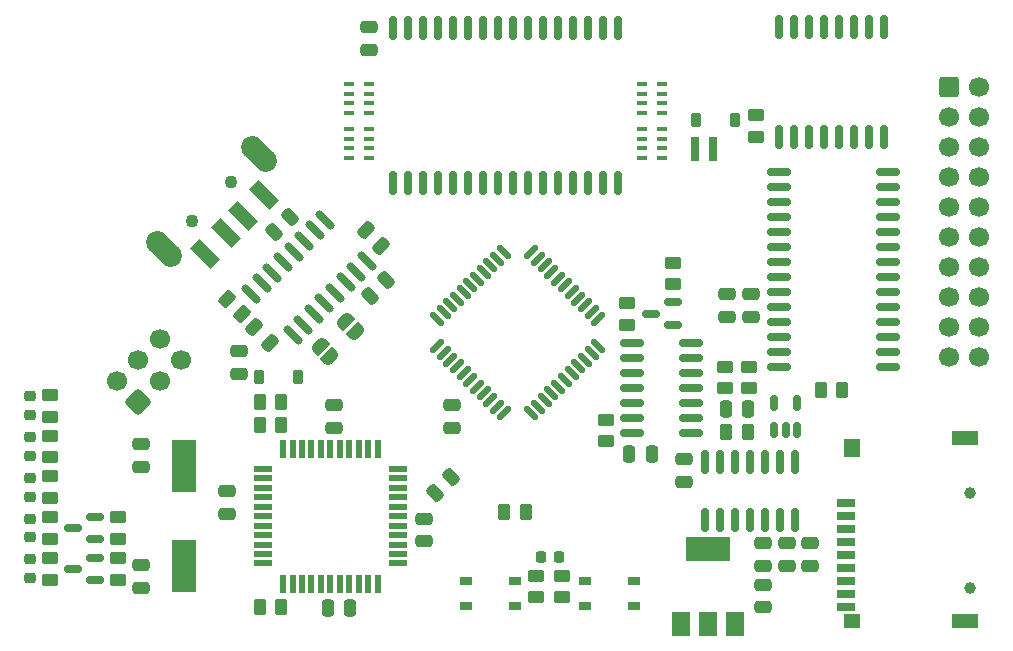
<source format=gts>
%TF.GenerationSoftware,KiCad,Pcbnew,7.0.0*%
%TF.CreationDate,2023-03-04T18:46:55+01:00*%
%TF.ProjectId,Z80Card,5a383043-6172-4642-9e6b-696361645f70,1.1*%
%TF.SameCoordinates,Original*%
%TF.FileFunction,Soldermask,Top*%
%TF.FilePolarity,Negative*%
%FSLAX46Y46*%
G04 Gerber Fmt 4.6, Leading zero omitted, Abs format (unit mm)*
G04 Created by KiCad (PCBNEW 7.0.0) date 2023-03-04 18:46:55*
%MOMM*%
%LPD*%
G01*
G04 APERTURE LIST*
G04 Aperture macros list*
%AMRoundRect*
0 Rectangle with rounded corners*
0 $1 Rounding radius*
0 $2 $3 $4 $5 $6 $7 $8 $9 X,Y pos of 4 corners*
0 Add a 4 corners polygon primitive as box body*
4,1,4,$2,$3,$4,$5,$6,$7,$8,$9,$2,$3,0*
0 Add four circle primitives for the rounded corners*
1,1,$1+$1,$2,$3*
1,1,$1+$1,$4,$5*
1,1,$1+$1,$6,$7*
1,1,$1+$1,$8,$9*
0 Add four rect primitives between the rounded corners*
20,1,$1+$1,$2,$3,$4,$5,0*
20,1,$1+$1,$4,$5,$6,$7,0*
20,1,$1+$1,$6,$7,$8,$9,0*
20,1,$1+$1,$8,$9,$2,$3,0*%
%AMHorizOval*
0 Thick line with rounded ends*
0 $1 width*
0 $2 $3 position (X,Y) of the first rounded end (center of the circle)*
0 $4 $5 position (X,Y) of the second rounded end (center of the circle)*
0 Add line between two ends*
20,1,$1,$2,$3,$4,$5,0*
0 Add two circle primitives to create the rounded ends*
1,1,$1,$2,$3*
1,1,$1,$4,$5*%
%AMRotRect*
0 Rectangle, with rotation*
0 The origin of the aperture is its center*
0 $1 length*
0 $2 width*
0 $3 Rotation angle, in degrees counterclockwise*
0 Add horizontal line*
21,1,$1,$2,0,0,$3*%
%AMFreePoly0*
4,1,19,0.499999,-0.750000,0.000000,-0.750000,0.000000,-0.744912,-0.071157,-0.744911,-0.207708,-0.704816,-0.327430,-0.627875,-0.420627,-0.520320,-0.479746,-0.390866,-0.500000,-0.250000,-0.500000,0.250000,-0.479746,0.390866,-0.420627,0.520320,-0.327430,0.627875,-0.207708,0.704816,-0.071157,0.744911,0.000000,0.744912,0.000000,0.750000,0.499999,0.750000,0.499999,-0.750000,0.499999,-0.750000,
$1*%
%AMFreePoly1*
4,1,19,0.000000,0.744912,0.071157,0.744911,0.207708,0.704816,0.327430,0.627875,0.420627,0.520320,0.479746,0.390866,0.500000,0.250000,0.500000,-0.250000,0.479746,-0.390866,0.420627,-0.520320,0.327430,-0.627875,0.207708,-0.704816,0.071157,-0.744911,0.000000,-0.744912,0.000000,-0.750000,-0.499999,-0.750000,-0.499999,0.750000,0.000000,0.750000,0.000000,0.744912,0.000000,0.744912,
$1*%
G04 Aperture macros list end*
%ADD10RoundRect,0.150000X0.150000X-0.512500X0.150000X0.512500X-0.150000X0.512500X-0.150000X-0.512500X0*%
%ADD11RoundRect,0.250000X-0.250000X-0.475000X0.250000X-0.475000X0.250000X0.475000X-0.250000X0.475000X0*%
%ADD12RoundRect,0.250000X0.159099X-0.512652X0.512652X-0.159099X-0.159099X0.512652X-0.512652X0.159099X0*%
%ADD13RoundRect,0.250000X0.848528X0.000000X0.000000X0.848528X-0.848528X0.000000X0.000000X-0.848528X0*%
%ADD14C,1.700000*%
%ADD15RoundRect,0.250000X0.475000X-0.250000X0.475000X0.250000X-0.475000X0.250000X-0.475000X-0.250000X0*%
%ADD16RoundRect,0.250000X-0.262500X-0.450000X0.262500X-0.450000X0.262500X0.450000X-0.262500X0.450000X0*%
%ADD17R,1.500000X0.550000*%
%ADD18R,0.550000X1.500000*%
%ADD19RoundRect,0.250000X-0.503814X-0.132583X-0.132583X-0.503814X0.503814X0.132583X0.132583X0.503814X0*%
%ADD20FreePoly0,135.000000*%
%ADD21FreePoly1,135.000000*%
%ADD22RoundRect,0.250000X-0.475000X0.250000X-0.475000X-0.250000X0.475000X-0.250000X0.475000X0.250000X0*%
%ADD23RoundRect,0.250000X-0.600000X-0.600000X0.600000X-0.600000X0.600000X0.600000X-0.600000X0.600000X0*%
%ADD24R,1.050000X0.650000*%
%ADD25RoundRect,0.250000X0.450000X-0.262500X0.450000X0.262500X-0.450000X0.262500X-0.450000X-0.262500X0*%
%ADD26R,0.900000X0.400000*%
%ADD27RoundRect,0.250000X-0.450000X0.262500X-0.450000X-0.262500X0.450000X-0.262500X0.450000X0.262500X0*%
%ADD28RoundRect,0.250000X0.250000X0.475000X-0.250000X0.475000X-0.250000X-0.475000X0.250000X-0.475000X0*%
%ADD29R,2.000000X4.500000*%
%ADD30RoundRect,0.250000X0.262500X0.450000X-0.262500X0.450000X-0.262500X-0.450000X0.262500X-0.450000X0*%
%ADD31RoundRect,0.150000X0.587500X0.150000X-0.587500X0.150000X-0.587500X-0.150000X0.587500X-0.150000X0*%
%ADD32RoundRect,0.225000X-0.225000X-0.375000X0.225000X-0.375000X0.225000X0.375000X-0.225000X0.375000X0*%
%ADD33RoundRect,0.137500X-0.327037X-0.521491X0.521491X0.327037X0.327037X0.521491X-0.521491X-0.327037X0*%
%ADD34RoundRect,0.137500X0.327037X-0.521491X0.521491X-0.327037X-0.327037X0.521491X-0.521491X0.327037X0*%
%ADD35RoundRect,0.218750X-0.256250X0.218750X-0.256250X-0.218750X0.256250X-0.218750X0.256250X0.218750X0*%
%ADD36RoundRect,0.250000X-0.512652X-0.159099X-0.159099X-0.512652X0.512652X0.159099X0.159099X0.512652X0*%
%ADD37RoundRect,0.150000X0.150000X-0.875000X0.150000X0.875000X-0.150000X0.875000X-0.150000X-0.875000X0*%
%ADD38R,0.800000X2.000000*%
%ADD39RoundRect,0.250000X-0.159099X0.512652X-0.512652X0.159099X0.159099X-0.512652X0.512652X-0.159099X0*%
%ADD40RoundRect,0.250000X0.512652X0.159099X0.159099X0.512652X-0.512652X-0.159099X-0.159099X-0.512652X0*%
%ADD41C,1.100000*%
%ADD42RotRect,2.500000X1.100000X135.000000*%
%ADD43HorizOval,1.900000X-0.565685X0.565685X0.565685X-0.565685X0*%
%ADD44RoundRect,0.150000X0.150000X-0.825000X0.150000X0.825000X-0.150000X0.825000X-0.150000X-0.825000X0*%
%ADD45RoundRect,0.218750X-0.218750X-0.256250X0.218750X-0.256250X0.218750X0.256250X-0.218750X0.256250X0*%
%ADD46R,1.500000X2.000000*%
%ADD47R,3.800000X2.000000*%
%ADD48RoundRect,0.150000X-0.875000X-0.150000X0.875000X-0.150000X0.875000X0.150000X-0.875000X0.150000X0*%
%ADD49RoundRect,0.225000X0.225000X0.375000X-0.225000X0.375000X-0.225000X-0.375000X0.225000X-0.375000X0*%
%ADD50RoundRect,0.150000X-0.689429X0.477297X0.477297X-0.689429X0.689429X-0.477297X-0.477297X0.689429X0*%
%ADD51RoundRect,0.150000X0.825000X0.150000X-0.825000X0.150000X-0.825000X-0.150000X0.825000X-0.150000X0*%
%ADD52C,1.000000*%
%ADD53R,1.600000X0.700000*%
%ADD54R,1.400000X1.200000*%
%ADD55R,2.200000X1.200000*%
%ADD56R,1.400000X1.600000*%
G04 APERTURE END LIST*
D10*
%TO.C,U11*%
X166350000Y-104837500D03*
X167300000Y-104837500D03*
X168250000Y-104837500D03*
X168250000Y-102562500D03*
X166350000Y-102562500D03*
%TD*%
D11*
%TO.C,C7*%
X128550000Y-119900000D03*
X130450000Y-119900000D03*
%TD*%
D12*
%TO.C,C9*%
X137628249Y-110171751D03*
X138971751Y-108828249D03*
%TD*%
D13*
%TO.C,J3*%
X112500000Y-102500000D03*
D14*
X110703949Y-100703949D03*
X114296051Y-100703949D03*
X112500000Y-98907898D03*
X116092102Y-98907898D03*
X114296051Y-97111846D03*
%TD*%
D15*
%TO.C,C19*%
X164400000Y-95250000D03*
X164400000Y-93350000D03*
%TD*%
D16*
%TO.C,R3*%
X122787500Y-102500000D03*
X124612500Y-102500000D03*
%TD*%
D17*
%TO.C,U4*%
X123049999Y-108149999D03*
X123049999Y-108949999D03*
X123049999Y-109749999D03*
X123049999Y-110549999D03*
X123049999Y-111349999D03*
X123049999Y-112149999D03*
X123049999Y-112949999D03*
X123049999Y-113749999D03*
X123049999Y-114549999D03*
X123049999Y-115349999D03*
X123049999Y-116149999D03*
D18*
X124749999Y-117849999D03*
X125549999Y-117849999D03*
X126349999Y-117849999D03*
X127149999Y-117849999D03*
X127949999Y-117849999D03*
X128749999Y-117849999D03*
X129549999Y-117849999D03*
X130349999Y-117849999D03*
X131149999Y-117849999D03*
X131949999Y-117849999D03*
X132749999Y-117849999D03*
D17*
X134449999Y-116149999D03*
X134449999Y-115349999D03*
X134449999Y-114549999D03*
X134449999Y-113749999D03*
X134449999Y-112949999D03*
X134449999Y-112149999D03*
X134449999Y-111349999D03*
X134449999Y-110549999D03*
X134449999Y-109749999D03*
X134449999Y-108949999D03*
X134449999Y-108149999D03*
D18*
X132749999Y-106449999D03*
X131949999Y-106449999D03*
X131149999Y-106449999D03*
X130349999Y-106449999D03*
X129549999Y-106449999D03*
X128749999Y-106449999D03*
X127949999Y-106449999D03*
X127149999Y-106449999D03*
X126349999Y-106449999D03*
X125549999Y-106449999D03*
X124749999Y-106449999D03*
%TD*%
D19*
%TO.C,FB1*%
X119979765Y-93729765D03*
X121270235Y-95020235D03*
%TD*%
D20*
%TO.C,JP2*%
X128759619Y-98659619D03*
D21*
X127840381Y-97740381D03*
%TD*%
D22*
%TO.C,C6*%
X121050000Y-98200000D03*
X121050000Y-100100000D03*
%TD*%
D23*
%TO.C,J2*%
X181160000Y-75840000D03*
D14*
X183700000Y-75840000D03*
X181160000Y-78380000D03*
X183700000Y-78380000D03*
X181160000Y-80920000D03*
X183700000Y-80920000D03*
X181160000Y-83460000D03*
X183700000Y-83460000D03*
X181160000Y-86000000D03*
X183700000Y-86000000D03*
X181160000Y-88540000D03*
X183700000Y-88540000D03*
X181160000Y-91080000D03*
X183700000Y-91080000D03*
X181160000Y-93620000D03*
X183700000Y-93620000D03*
X181160000Y-96160000D03*
X183700000Y-96160000D03*
X181160000Y-98700000D03*
X183700000Y-98700000D03*
%TD*%
D15*
%TO.C,C15*%
X158700000Y-109250000D03*
X158700000Y-107350000D03*
%TD*%
D24*
%TO.C,SW2*%
X140274999Y-117612499D03*
X144424999Y-117612499D03*
X140274999Y-119762499D03*
X144424999Y-119762499D03*
%TD*%
D25*
%TO.C,R8*%
X153900000Y-95962500D03*
X153900000Y-94137500D03*
%TD*%
D26*
%TO.C,RN1*%
X132049999Y-77999999D03*
X132049999Y-77199999D03*
X132049999Y-76399999D03*
X132049999Y-75599999D03*
X130349999Y-75599999D03*
X130349999Y-76399999D03*
X130349999Y-77199999D03*
X130349999Y-77999999D03*
%TD*%
D27*
%TO.C,R16*%
X105000000Y-108787500D03*
X105000000Y-110612500D03*
%TD*%
D26*
%TO.C,RN2*%
X132049999Y-81799999D03*
X132049999Y-80999999D03*
X132049999Y-80199999D03*
X132049999Y-79399999D03*
X130349999Y-79399999D03*
X130349999Y-80199999D03*
X130349999Y-80999999D03*
X130349999Y-81799999D03*
%TD*%
D27*
%TO.C,R13*%
X110800000Y-115687500D03*
X110800000Y-117512500D03*
%TD*%
D28*
%TO.C,C23*%
X164150000Y-103100000D03*
X162250000Y-103100000D03*
%TD*%
D27*
%TO.C,R1*%
X152100000Y-103987500D03*
X152100000Y-105812500D03*
%TD*%
D29*
%TO.C,Y1*%
X116340275Y-116364643D03*
X116340275Y-107864643D03*
%TD*%
D25*
%TO.C,R19*%
X105000000Y-103712500D03*
X105000000Y-101887500D03*
%TD*%
D30*
%TO.C,R11*%
X164112500Y-105050000D03*
X162287500Y-105050000D03*
%TD*%
D31*
%TO.C,D1*%
X157737500Y-95950000D03*
X157737500Y-94050000D03*
X155862500Y-95000000D03*
%TD*%
D32*
%TO.C,D9*%
X159750000Y-78600000D03*
X163050000Y-78600000D03*
%TD*%
D27*
%TO.C,R14*%
X110800000Y-112237500D03*
X110800000Y-114062500D03*
%TD*%
D33*
%TO.C,U2*%
X137767581Y-97775565D03*
X138333266Y-98341250D03*
X138898952Y-98906936D03*
X139464637Y-99472621D03*
X140030322Y-100038307D03*
X140596008Y-100603992D03*
X141161693Y-101169678D03*
X141727379Y-101735363D03*
X142293064Y-102301048D03*
X142858750Y-102866734D03*
X143424435Y-103432419D03*
D34*
X145775565Y-103432419D03*
X146341250Y-102866734D03*
X146906936Y-102301048D03*
X147472621Y-101735363D03*
X148038307Y-101169678D03*
X148603992Y-100603992D03*
X149169678Y-100038307D03*
X149735363Y-99472621D03*
X150301048Y-98906936D03*
X150866734Y-98341250D03*
X151432419Y-97775565D03*
D33*
X151432419Y-95424435D03*
X150866734Y-94858750D03*
X150301048Y-94293064D03*
X149735363Y-93727379D03*
X149169678Y-93161693D03*
X148603992Y-92596008D03*
X148038307Y-92030322D03*
X147472621Y-91464637D03*
X146906936Y-90898952D03*
X146341250Y-90333266D03*
X145775565Y-89767581D03*
D34*
X143424435Y-89767581D03*
X142858750Y-90333266D03*
X142293064Y-90898952D03*
X141727379Y-91464637D03*
X141161693Y-92030322D03*
X140596008Y-92596008D03*
X140030322Y-93161693D03*
X139464637Y-93727379D03*
X138898952Y-94293064D03*
X138333266Y-94858750D03*
X137767581Y-95424435D03*
%TD*%
D35*
%TO.C,D7*%
X103300000Y-115812500D03*
X103300000Y-117387500D03*
%TD*%
D27*
%TO.C,R6*%
X162200000Y-99487500D03*
X162200000Y-101312500D03*
%TD*%
D36*
%TO.C,C12*%
X122328249Y-96128249D03*
X123671751Y-97471751D03*
%TD*%
D31*
%TO.C,Q2*%
X108837499Y-117550000D03*
X108837499Y-115650000D03*
X106962499Y-116600000D03*
%TD*%
D15*
%TO.C,C5*%
X136700000Y-114250000D03*
X136700000Y-112350000D03*
%TD*%
D37*
%TO.C,U9*%
X166755000Y-80050000D03*
X168025000Y-80050000D03*
X169295000Y-80050000D03*
X170565000Y-80050000D03*
X171835000Y-80050000D03*
X173105000Y-80050000D03*
X174375000Y-80050000D03*
X175645000Y-80050000D03*
X175645000Y-70750000D03*
X174375000Y-70750000D03*
X173105000Y-70750000D03*
X171835000Y-70750000D03*
X170565000Y-70750000D03*
X169295000Y-70750000D03*
X168025000Y-70750000D03*
X166755000Y-70750000D03*
%TD*%
D38*
%TO.C,BT1*%
X159649999Y-81081897D03*
X161149999Y-81081897D03*
%TD*%
D27*
%TO.C,R17*%
X105000000Y-115687500D03*
X105000000Y-117512500D03*
%TD*%
D39*
%TO.C,C20*%
X125321751Y-86778249D03*
X123978249Y-88121751D03*
%TD*%
D25*
%TO.C,R2*%
X157800000Y-92512500D03*
X157800000Y-90687500D03*
%TD*%
D27*
%TO.C,R21*%
X164800000Y-78187500D03*
X164800000Y-80012500D03*
%TD*%
D35*
%TO.C,D5*%
X103300000Y-105462500D03*
X103300000Y-107037500D03*
%TD*%
D37*
%TO.C,U3*%
X134075000Y-83950000D03*
X135345000Y-83950000D03*
X136615000Y-83950000D03*
X137885000Y-83950000D03*
X139155000Y-83950000D03*
X140425000Y-83950000D03*
X141695000Y-83950000D03*
X142965000Y-83950000D03*
X144235000Y-83950000D03*
X145505000Y-83950000D03*
X146775000Y-83950000D03*
X148045000Y-83950000D03*
X149315000Y-83950000D03*
X150585000Y-83950000D03*
X151855000Y-83950000D03*
X153125000Y-83950000D03*
X153125000Y-70850000D03*
X151855000Y-70850000D03*
X150585000Y-70850000D03*
X149315000Y-70850000D03*
X148045000Y-70850000D03*
X146775000Y-70850000D03*
X145505000Y-70850000D03*
X144235000Y-70850000D03*
X142965000Y-70850000D03*
X141695000Y-70850000D03*
X140425000Y-70850000D03*
X139155000Y-70850000D03*
X137885000Y-70850000D03*
X136615000Y-70850000D03*
X135345000Y-70850000D03*
X134075000Y-70850000D03*
%TD*%
D35*
%TO.C,D8*%
X103300000Y-112362500D03*
X103300000Y-113937500D03*
%TD*%
D15*
%TO.C,C3*%
X132000000Y-72650000D03*
X132000000Y-70750000D03*
%TD*%
D40*
%TO.C,C22*%
X133071751Y-89271751D03*
X131728249Y-87928249D03*
%TD*%
D27*
%TO.C,R15*%
X105000000Y-105337500D03*
X105000000Y-107162500D03*
%TD*%
D41*
%TO.C,J1*%
X117072691Y-87125382D03*
X120325382Y-83872691D03*
D42*
X118168706Y-89918453D03*
X119936473Y-88150686D03*
X121350686Y-86736473D03*
X123118453Y-84968706D03*
D43*
X114668527Y-89529544D03*
X122729544Y-81468527D03*
%TD*%
D44*
%TO.C,U6*%
X160490000Y-112475000D03*
X161760000Y-112475000D03*
X163030000Y-112475000D03*
X164300000Y-112475000D03*
X165570000Y-112475000D03*
X166840000Y-112475000D03*
X168110000Y-112475000D03*
X168110000Y-107525000D03*
X166840000Y-107525000D03*
X165570000Y-107525000D03*
X164300000Y-107525000D03*
X163030000Y-107525000D03*
X161760000Y-107525000D03*
X160490000Y-107525000D03*
%TD*%
D15*
%TO.C,C1*%
X139050000Y-104650000D03*
X139050000Y-102750000D03*
%TD*%
%TO.C,C18*%
X162350000Y-95250000D03*
X162350000Y-93350000D03*
%TD*%
D45*
%TO.C,D3*%
X146562500Y-115600000D03*
X148137500Y-115600000D03*
%TD*%
D31*
%TO.C,Q1*%
X108837500Y-114100000D03*
X108837500Y-112200000D03*
X106962500Y-113150000D03*
%TD*%
D35*
%TO.C,D6*%
X103300000Y-108912500D03*
X103300000Y-110487500D03*
%TD*%
D26*
%TO.C,RN3*%
X155149999Y-75599999D03*
X155149999Y-76399999D03*
X155149999Y-77199999D03*
X155149999Y-77999999D03*
X156849999Y-77999999D03*
X156849999Y-77199999D03*
X156849999Y-76399999D03*
X156849999Y-75599999D03*
%TD*%
D16*
%TO.C,R4*%
X122787500Y-104450000D03*
X124612500Y-104450000D03*
%TD*%
D22*
%TO.C,C13*%
X165350000Y-117950000D03*
X165350000Y-119850000D03*
%TD*%
D46*
%TO.C,U5*%
X158399999Y-121249999D03*
X160699999Y-121249999D03*
X162999999Y-121249999D03*
D47*
X160699999Y-114949999D03*
%TD*%
D27*
%TO.C,R18*%
X104999999Y-112237500D03*
X104999999Y-114062500D03*
%TD*%
%TO.C,R7*%
X164200000Y-99487500D03*
X164200000Y-101312500D03*
%TD*%
D35*
%TO.C,D4*%
X103300000Y-102012500D03*
X103300000Y-103587500D03*
%TD*%
D48*
%TO.C,U7*%
X166700000Y-82995000D03*
X166700000Y-84265000D03*
X166700000Y-85535000D03*
X166700000Y-86805000D03*
X166700000Y-88075000D03*
X166700000Y-89345000D03*
X166700000Y-90615000D03*
X166700000Y-91885000D03*
X166700000Y-93155000D03*
X166700000Y-94425000D03*
X166700000Y-95695000D03*
X166700000Y-96965000D03*
X166700000Y-98235000D03*
X166700000Y-99505000D03*
X176000000Y-99505000D03*
X176000000Y-98235000D03*
X176000000Y-96965000D03*
X176000000Y-95695000D03*
X176000000Y-94425000D03*
X176000000Y-93155000D03*
X176000000Y-91885000D03*
X176000000Y-90615000D03*
X176000000Y-89345000D03*
X176000000Y-88075000D03*
X176000000Y-86805000D03*
X176000000Y-85535000D03*
X176000000Y-84265000D03*
X176000000Y-82995000D03*
%TD*%
D24*
%TO.C,SW1*%
X150274999Y-117612499D03*
X154424999Y-117612499D03*
X150274999Y-119762499D03*
X154424999Y-119762499D03*
%TD*%
D49*
%TO.C,D2*%
X126050000Y-100400000D03*
X122750000Y-100400000D03*
%TD*%
D22*
%TO.C,C10*%
X120000000Y-110050000D03*
X120000000Y-111950000D03*
%TD*%
D25*
%TO.C,R9*%
X148400000Y-119012500D03*
X148400000Y-117187500D03*
%TD*%
D16*
%TO.C,R5*%
X122787500Y-119800000D03*
X124612500Y-119800000D03*
%TD*%
D15*
%TO.C,C11*%
X129100000Y-104650000D03*
X129100000Y-102750000D03*
%TD*%
%TO.C,C4*%
X112750000Y-118200000D03*
X112750000Y-116300000D03*
%TD*%
D26*
%TO.C,RN4*%
X155149999Y-79399999D03*
X155149999Y-80199999D03*
X155149999Y-80999999D03*
X155149999Y-81799999D03*
X156849999Y-81799999D03*
X156849999Y-80999999D03*
X156849999Y-80199999D03*
X156849999Y-79399999D03*
%TD*%
D28*
%TO.C,C2*%
X155950000Y-106900000D03*
X154050000Y-106900000D03*
%TD*%
D50*
%TO.C,U8*%
X128333054Y-87046925D03*
X127435029Y-87944951D03*
X126537003Y-88842976D03*
X125638978Y-89741002D03*
X124740952Y-90639028D03*
X123842926Y-91537053D03*
X122944901Y-92435079D03*
X122046875Y-93333104D03*
X125547054Y-96833283D03*
X126445079Y-95935257D03*
X127343105Y-95037232D03*
X128241130Y-94139206D03*
X129139156Y-93241180D03*
X130037182Y-92343155D03*
X130935207Y-91445129D03*
X131833233Y-90547104D03*
%TD*%
D15*
%TO.C,C17*%
X169400000Y-116350000D03*
X169400000Y-114450000D03*
%TD*%
D20*
%TO.C,JP1*%
X130909619Y-96559619D03*
D21*
X129990381Y-95640381D03*
%TD*%
D51*
%TO.C,U1*%
X159270011Y-105135011D03*
X159270011Y-103865011D03*
X159270011Y-102595011D03*
X159270011Y-101325011D03*
X159270011Y-100055011D03*
X159270011Y-98785011D03*
X159270011Y-97515011D03*
X154320011Y-97515011D03*
X154320011Y-98785011D03*
X154320011Y-100055011D03*
X154320011Y-101325011D03*
X154320011Y-102595011D03*
X154320011Y-103865011D03*
X154320011Y-105135011D03*
%TD*%
D15*
%TO.C,C14*%
X165350000Y-116350000D03*
X165350000Y-114450000D03*
%TD*%
D39*
%TO.C,C21*%
X133446751Y-92128249D03*
X132103249Y-93471751D03*
%TD*%
D22*
%TO.C,C8*%
X112750000Y-106050000D03*
X112750000Y-107950000D03*
%TD*%
D25*
%TO.C,R10*%
X146200000Y-119012500D03*
X146200000Y-117187500D03*
%TD*%
D52*
%TO.C,J4*%
X182917500Y-118200000D03*
X182917500Y-110200000D03*
D53*
X172417499Y-110999999D03*
X172417499Y-112099999D03*
X172417499Y-113199999D03*
X172417499Y-114299999D03*
X172417499Y-115399999D03*
X172417499Y-116499999D03*
X172417499Y-117599999D03*
X172417499Y-118699999D03*
X172417499Y-119799999D03*
D54*
X172917499Y-120999999D03*
D55*
X182517499Y-120999999D03*
D56*
X172917499Y-106399999D03*
D55*
X182517499Y-105499999D03*
%TD*%
D16*
%TO.C,R12*%
X143487500Y-111800000D03*
X145312500Y-111800000D03*
%TD*%
%TO.C,R20*%
X170287500Y-101500000D03*
X172112500Y-101500000D03*
%TD*%
D15*
%TO.C,C16*%
X167400000Y-116350000D03*
X167400000Y-114450000D03*
%TD*%
M02*

</source>
